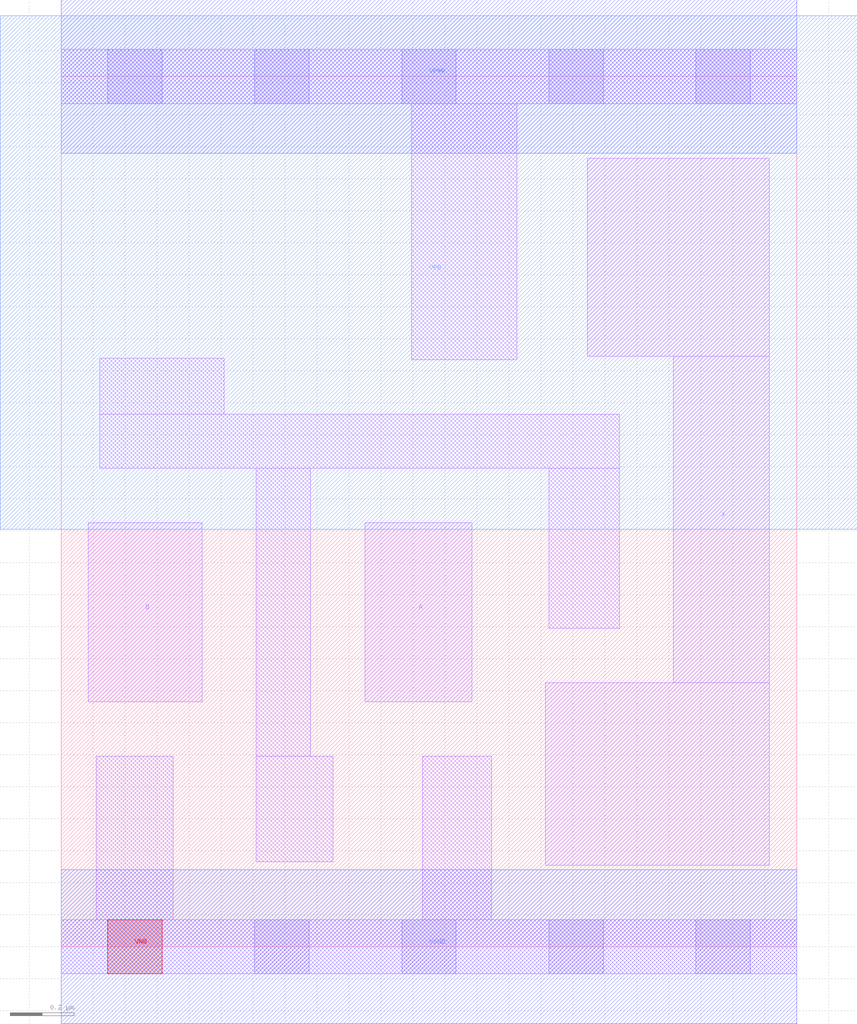
<source format=lef>
# Copyright 2020 The SkyWater PDK Authors
#
# Licensed under the Apache License, Version 2.0 (the "License");
# you may not use this file except in compliance with the License.
# You may obtain a copy of the License at
#
#     https://www.apache.org/licenses/LICENSE-2.0
#
# Unless required by applicable law or agreed to in writing, software
# distributed under the License is distributed on an "AS IS" BASIS,
# WITHOUT WARRANTIES OR CONDITIONS OF ANY KIND, either express or implied.
# See the License for the specific language governing permissions and
# limitations under the License.
#
# SPDX-License-Identifier: Apache-2.0

VERSION 5.7 ;
  NOWIREEXTENSIONATPIN ON ;
  DIVIDERCHAR "/" ;
  BUSBITCHARS "[]" ;
PROPERTYDEFINITIONS
  MACRO maskLayoutSubType STRING ;
  MACRO prCellType STRING ;
  MACRO originalViewName STRING ;
END PROPERTYDEFINITIONS
MACRO sky130_fd_sc_hdll__or2_1
  CLASS CORE ;
  FOREIGN sky130_fd_sc_hdll__or2_1 ;
  ORIGIN  0.000000  0.000000 ;
  SIZE  2.300000 BY  2.720000 ;
  SYMMETRY X Y R90 ;
  SITE unithd ;
  PIN A
    ANTENNAGATEAREA  0.138600 ;
    DIRECTION INPUT ;
    USE SIGNAL ;
    PORT
      LAYER li1 ;
        RECT 0.950000 0.765000 1.285000 1.325000 ;
    END
  END A
  PIN B
    ANTENNAGATEAREA  0.138600 ;
    DIRECTION INPUT ;
    USE SIGNAL ;
    PORT
      LAYER li1 ;
        RECT 0.085000 0.765000 0.440000 1.325000 ;
    END
  END B
  PIN X
    ANTENNADIFFAREA  0.551500 ;
    DIRECTION OUTPUT ;
    USE SIGNAL ;
    PORT
      LAYER li1 ;
        RECT 1.515000 0.255000 2.215000 0.825000 ;
        RECT 1.645000 1.845000 2.215000 2.465000 ;
        RECT 1.915000 0.825000 2.215000 1.845000 ;
    END
  END X
  PIN VGND
    DIRECTION INOUT ;
    USE GROUND ;
    PORT
      LAYER met1 ;
        RECT 0.000000 -0.240000 2.300000 0.240000 ;
    END
  END VGND
  PIN VNB
    DIRECTION INOUT ;
    USE GROUND ;
    PORT
      LAYER pwell ;
        RECT 0.145000 -0.085000 0.315000 0.085000 ;
    END
  END VNB
  PIN VPB
    DIRECTION INOUT ;
    USE POWER ;
    PORT
      LAYER nwell ;
        RECT -0.190000 1.305000 2.490000 2.910000 ;
    END
  END VPB
  PIN VPWR
    DIRECTION INOUT ;
    USE POWER ;
    PORT
      LAYER met1 ;
        RECT 0.000000 2.480000 2.300000 2.960000 ;
    END
  END VPWR
  OBS
    LAYER li1 ;
      RECT 0.000000 -0.085000 2.300000 0.085000 ;
      RECT 0.000000  2.635000 2.300000 2.805000 ;
      RECT 0.110000  0.085000 0.350000 0.595000 ;
      RECT 0.120000  1.495000 1.745000 1.665000 ;
      RECT 0.120000  1.665000 0.510000 1.840000 ;
      RECT 0.610000  0.265000 0.850000 0.595000 ;
      RECT 0.610000  0.595000 0.780000 1.495000 ;
      RECT 1.095000  1.835000 1.425000 2.635000 ;
      RECT 1.130000  0.085000 1.345000 0.595000 ;
      RECT 1.525000  0.995000 1.745000 1.495000 ;
    LAYER mcon ;
      RECT 0.145000 -0.085000 0.315000 0.085000 ;
      RECT 0.145000  2.635000 0.315000 2.805000 ;
      RECT 0.605000 -0.085000 0.775000 0.085000 ;
      RECT 0.605000  2.635000 0.775000 2.805000 ;
      RECT 1.065000 -0.085000 1.235000 0.085000 ;
      RECT 1.065000  2.635000 1.235000 2.805000 ;
      RECT 1.525000 -0.085000 1.695000 0.085000 ;
      RECT 1.525000  2.635000 1.695000 2.805000 ;
      RECT 1.985000 -0.085000 2.155000 0.085000 ;
      RECT 1.985000  2.635000 2.155000 2.805000 ;
  END
  PROPERTY maskLayoutSubType "abstract" ;
  PROPERTY prCellType "standard" ;
  PROPERTY originalViewName "layout" ;
END sky130_fd_sc_hdll__or2_1
END LIBRARY

</source>
